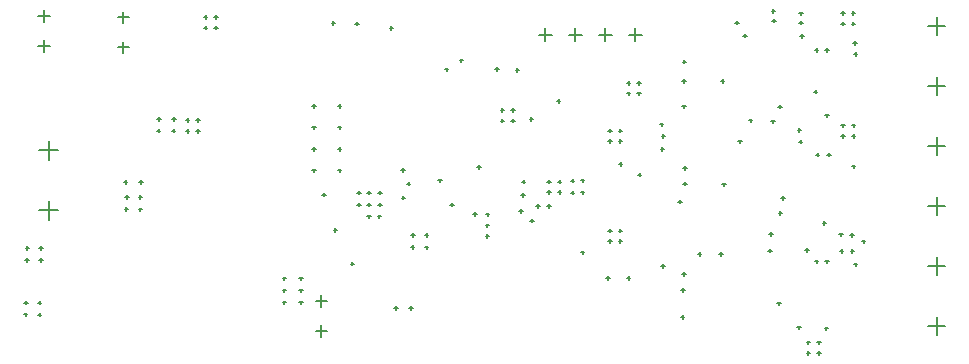
<source format=gbr>
%TF.GenerationSoftware,Altium Limited,Altium Designer,22.5.1 (42)*%
G04 Layer_Color=128*
%FSLAX45Y45*%
%MOMM*%
%TF.SameCoordinates,F63A7803-94E7-494B-9888-F8709FA5C5B4*%
%TF.FilePolarity,Positive*%
%TF.FileFunction,Drillmap*%
%TF.Part,Single*%
G01*
G75*
%TA.AperFunction,NonConductor*%
%ADD50C,0.12700*%
D50*
X5418799Y2779001D02*
X5528802D01*
X5473801Y2724000D02*
Y2834002D01*
X5164799Y2779001D02*
X5274802D01*
X5219801Y2724000D02*
Y2834002D01*
X4910799Y2779001D02*
X5020802D01*
X4965801Y2724000D02*
Y2834002D01*
X4656799Y2779001D02*
X4766802D01*
X4711801Y2724000D02*
Y2834002D01*
X428101Y1293101D02*
X588100D01*
X508101Y1213101D02*
Y1373101D01*
X428101Y1801101D02*
X588100D01*
X508101Y1721101D02*
Y1881101D01*
X2768401Y270201D02*
X2868400D01*
X2818401Y220201D02*
Y320201D01*
X2768401Y524201D02*
X2868400D01*
X2818401Y474201D02*
Y574201D01*
X1092240Y2926400D02*
X1192240D01*
X1142240Y2876400D02*
Y2976400D01*
X1092241Y2672400D02*
X1192240D01*
X1142241Y2622400D02*
Y2722400D01*
X419940Y2938401D02*
X519940D01*
X469940Y2888401D02*
Y2988400D01*
X419941Y2684400D02*
X519941D01*
X469941Y2634400D02*
Y2734400D01*
X7951499Y315201D02*
X8101502D01*
X8026501Y240199D02*
Y390202D01*
X7951499Y823201D02*
X8101502D01*
X8026501Y748200D02*
Y898202D01*
X7951499Y1331201D02*
X8101502D01*
X8026501Y1256200D02*
Y1406202D01*
X7951499Y1839201D02*
X8101502D01*
X8026501Y1764200D02*
Y1914202D01*
X7951499Y2347201D02*
X8101502D01*
X8026501Y2272200D02*
Y2422202D01*
X7951499Y2855201D02*
X8101502D01*
X8026501Y2780200D02*
Y2930202D01*
X6213050Y1511950D02*
X6243050D01*
X6228050Y1496950D02*
Y1526950D01*
X4137700Y1661900D02*
X4167700D01*
X4152700Y1646900D02*
Y1676900D01*
X3906900Y1340800D02*
X3936900D01*
X3921900Y1325800D02*
Y1355800D01*
X3808000Y1547400D02*
X3838000D01*
X3823000Y1532400D02*
Y1562400D01*
X4510700Y1425100D02*
X4540700D01*
X4525700Y1410100D02*
Y1440100D01*
X4494950Y1286550D02*
X4524950D01*
X4509950Y1271550D02*
Y1301550D01*
X4638767Y1329112D02*
X4668767D01*
X4653767Y1314112D02*
Y1344112D01*
X4730700Y1331600D02*
X4760700D01*
X4745700Y1316600D02*
Y1346600D01*
X5694600Y820700D02*
X5724600D01*
X5709600Y805700D02*
Y835700D01*
X6610900Y1093700D02*
X6640900D01*
X6625900Y1078700D02*
Y1108700D01*
X6602100Y952500D02*
X6632100D01*
X6617100Y937500D02*
Y967500D01*
X5838500Y1367600D02*
X5868500D01*
X5853500Y1352600D02*
Y1382600D01*
X6627400Y2045900D02*
X6657400D01*
X6642400Y2030900D02*
Y2060900D01*
X6322800Y2881800D02*
X6352800D01*
X6337800Y2866800D02*
Y2896800D01*
X6387301Y2772501D02*
X6417301D01*
X6402301Y2757501D02*
Y2787501D01*
X6635600Y2900200D02*
X6665600D01*
X6650600Y2885200D02*
Y2915200D01*
X6872100Y2770700D02*
X6902100D01*
X6887100Y2755700D02*
Y2785700D01*
X5689800Y1812200D02*
X5719800D01*
X5704800Y1797200D02*
Y1827200D01*
X6184200Y921700D02*
X6214200D01*
X6199200Y906700D02*
Y936700D01*
X6005300Y923800D02*
X6035300D01*
X6020300Y908800D02*
Y938800D01*
X6913700Y959400D02*
X6943700D01*
X6928700Y944400D02*
Y974400D01*
X7206600Y950500D02*
X7236600D01*
X7221600Y935500D02*
Y965500D01*
X7298700Y946600D02*
X7328700D01*
X7313700Y931600D02*
Y961600D01*
X7393700Y1030600D02*
X7423700D01*
X7408700Y1015600D02*
Y1045600D01*
X7295875Y1084900D02*
X7325875D01*
X7310875Y1069900D02*
Y1099900D01*
X6347801Y1877301D02*
X6377801D01*
X6362801Y1862301D02*
Y1892301D01*
X5698200Y1924200D02*
X5728200D01*
X5713200Y1909200D02*
Y1939200D01*
X3579301Y1083301D02*
X3609301D01*
X3594301Y1068301D02*
Y1098301D01*
X3693601Y1083301D02*
X3723601D01*
X3708601Y1068301D02*
Y1098301D01*
X3693600Y980400D02*
X3723600D01*
X3708600Y965400D02*
Y995400D01*
X3575201Y983101D02*
X3605201D01*
X3590201Y968101D02*
Y998101D01*
X1156101Y1404701D02*
X1186100D01*
X1171101Y1389701D02*
Y1419701D01*
X1270401Y1404701D02*
X1300400D01*
X1285401Y1389701D02*
Y1419701D01*
X1270400Y1301800D02*
X1300400D01*
X1285400Y1286800D02*
Y1316800D01*
X1152000Y1304501D02*
X1182000D01*
X1167000Y1289501D02*
Y1319501D01*
X313101Y974801D02*
X343101D01*
X328101Y959801D02*
Y989801D01*
X427401Y974801D02*
X457401D01*
X442401Y959801D02*
Y989801D01*
X427400Y871900D02*
X457400D01*
X442400Y856900D02*
Y886900D01*
X309001Y874601D02*
X339001D01*
X324001Y859601D02*
Y889601D01*
X298501Y412401D02*
X328500D01*
X313501Y397401D02*
Y427401D01*
X416900Y409700D02*
X446900D01*
X431900Y394700D02*
Y424700D01*
X1428801Y2064801D02*
X1458800D01*
X1443801Y2049801D02*
Y2079801D01*
X1555801Y2064801D02*
X1585800D01*
X1570801Y2049801D02*
Y2079801D01*
X1758975Y2055932D02*
X1788975D01*
X1773975Y2040932D02*
Y2070932D01*
X1670075Y2055932D02*
X1700075D01*
X1685075Y2040932D02*
Y2070932D01*
X1758975Y1967032D02*
X1788975D01*
X1773975Y1952032D02*
Y1982032D01*
X1670075Y1967032D02*
X1700075D01*
X1685075Y1952032D02*
Y1982032D01*
X1910775Y2929932D02*
X1940775D01*
X1925775Y2914932D02*
Y2944932D01*
X1821875Y2929932D02*
X1851875D01*
X1836875Y2914932D02*
Y2944932D01*
X1910775Y2841032D02*
X1940775D01*
X1925775Y2826032D02*
Y2856032D01*
X1821875Y2841032D02*
X1851875D01*
X1836875Y2826032D02*
Y2856032D01*
X7307775Y2962532D02*
X7337775D01*
X7322775Y2947532D02*
Y2977532D01*
X7218875Y2962532D02*
X7248875D01*
X7233875Y2947532D02*
Y2977532D01*
X7307775Y2873632D02*
X7337775D01*
X7322775Y2858632D02*
Y2888632D01*
X7218875Y2873632D02*
X7248875D01*
X7233875Y2858632D02*
Y2888632D01*
X7308475Y2011832D02*
X7338475D01*
X7323475Y1996832D02*
Y2026832D01*
X7219575Y2011832D02*
X7249575D01*
X7234575Y1996832D02*
Y2026832D01*
X7308475Y1922932D02*
X7338475D01*
X7323475Y1907932D02*
Y1937932D01*
X7219575Y1922932D02*
X7249575D01*
X7234575Y1907932D02*
Y1937932D01*
X7204200Y1088700D02*
X7234200D01*
X7219200Y1073700D02*
Y1103700D01*
X7014575Y175832D02*
X7044575D01*
X7029575Y160832D02*
Y190832D01*
X6925675Y175832D02*
X6955675D01*
X6940675Y160832D02*
Y190832D01*
X7014575Y86932D02*
X7044575D01*
X7029575Y71932D02*
Y101932D01*
X6925675Y86932D02*
X6955675D01*
X6940675Y71932D02*
Y101932D01*
X5492375Y2372032D02*
X5522375D01*
X5507375Y2357032D02*
Y2387032D01*
X5403475Y2372032D02*
X5433475D01*
X5418475Y2357032D02*
Y2387032D01*
X5492375Y2283132D02*
X5522375D01*
X5507375Y2268132D02*
Y2298132D01*
X5403475Y2283132D02*
X5433475D01*
X5418475Y2268132D02*
Y2298132D01*
X4819875Y1537232D02*
X4849875D01*
X4834875Y1522232D02*
Y1552232D01*
X4730975Y1537232D02*
X4760975D01*
X4745975Y1522232D02*
Y1552232D01*
X4819875Y1448332D02*
X4849875D01*
X4834875Y1433332D02*
Y1463332D01*
X4730975Y1448332D02*
X4760975D01*
X4745975Y1433332D02*
Y1463332D01*
X4515700Y1535400D02*
X4545700D01*
X4530700Y1520400D02*
Y1550400D01*
X2823400Y1426200D02*
X2853400D01*
X2838400Y1411200D02*
Y1441200D01*
X2921700Y1125000D02*
X2951700D01*
X2936700Y1110000D02*
Y1140000D01*
X3541800Y1519300D02*
X3571800D01*
X3556800Y1504300D02*
Y1534300D01*
X5871100Y2389700D02*
X5901100D01*
X5886100Y2374700D02*
Y2404700D01*
X3065200Y842200D02*
X3095200D01*
X3080200Y827200D02*
Y857200D01*
X4810700Y2219000D02*
X4840700D01*
X4825700Y2204000D02*
Y2234000D01*
X5683700Y2021700D02*
X5713700D01*
X5698700Y2006700D02*
Y2036700D01*
X3862800Y2485600D02*
X3892800D01*
X3877800Y2470600D02*
Y2500600D01*
X3395700Y2837400D02*
X3425700D01*
X3410700Y2822400D02*
Y2852400D01*
X3987400Y2561800D02*
X4017400D01*
X4002400Y2546800D02*
Y2576800D01*
X4461700Y2482000D02*
X4491700D01*
X4476700Y2467000D02*
Y2497000D01*
X4290100Y2491600D02*
X4320100D01*
X4305100Y2476600D02*
Y2506600D01*
X4581600Y2064900D02*
X4611600D01*
X4596600Y2049900D02*
Y2079900D01*
X5336100Y1684600D02*
X5366100D01*
X5351100Y1669600D02*
Y1699600D01*
X3561401Y466601D02*
X3591401D01*
X3576401Y451601D02*
Y481601D01*
X3104701Y2874101D02*
X3134701D01*
X3119701Y2859101D02*
Y2889101D01*
X2904600Y2880901D02*
X2934600D01*
X2919600Y2865901D02*
Y2895901D01*
X3434901Y468001D02*
X3464901D01*
X3449901Y453001D02*
Y483001D01*
X3119299Y1342351D02*
X3149299D01*
X3134299Y1327351D02*
Y1357351D01*
X3119299Y1443001D02*
X3149299D01*
X3134299Y1428001D02*
Y1458001D01*
X3204274Y1241673D02*
X3234274D01*
X3219274Y1226673D02*
Y1256673D01*
X3293173Y1241673D02*
X3323173D01*
X3308173Y1226673D02*
Y1256673D01*
X3207874Y1442973D02*
X3237874D01*
X3222874Y1427973D02*
Y1457973D01*
X3296773Y1442973D02*
X3326773D01*
X3311773Y1427973D02*
Y1457973D01*
X3207873Y1342323D02*
X3237873D01*
X3222873Y1327323D02*
Y1357323D01*
X3296773Y1342323D02*
X3326773D01*
X3311773Y1327323D02*
Y1357323D01*
X4335675Y2053132D02*
X4365675D01*
X4350675Y2038132D02*
Y2068132D01*
X4424575Y2053132D02*
X4454575D01*
X4439575Y2038132D02*
Y2068132D01*
X4335675Y2142032D02*
X4365675D01*
X4350675Y2127032D02*
Y2157032D01*
X4424575Y2142032D02*
X4454575D01*
X4439575Y2127032D02*
Y2157032D01*
X5872901Y754001D02*
X5902901D01*
X5887901Y739001D02*
Y769001D01*
X7309001Y1665101D02*
X7339001D01*
X7324001Y1650101D02*
Y1680101D01*
X6709701Y1395701D02*
X6739701D01*
X6724701Y1380701D02*
Y1410701D01*
X4585679Y1206022D02*
X4615679D01*
X4600679Y1191022D02*
Y1221022D01*
X6849701Y1975401D02*
X6879700D01*
X6864701Y1960401D02*
Y1990401D01*
X5496701Y1595501D02*
X5526701D01*
X5511701Y1580501D02*
Y1610501D01*
X6986801Y2299001D02*
X7016801D01*
X7001801Y2284001D02*
Y2314001D01*
X6863901Y2883001D02*
X6893901D01*
X6878901Y2868001D02*
Y2898001D01*
X6200101Y2389401D02*
X6230101D01*
X6215101Y2374401D02*
Y2404401D01*
X5872524Y2173501D02*
X5902524D01*
X5887524Y2158501D02*
Y2188501D01*
X4208694Y1076967D02*
X4238694D01*
X4223694Y1061967D02*
Y1091967D01*
X4208695Y1165867D02*
X4238695D01*
X4223695Y1150867D02*
Y1180867D01*
X4209501Y1259401D02*
X4239501D01*
X4224501Y1244401D02*
Y1274401D01*
X4103330Y1261411D02*
X4133330D01*
X4118330Y1246411D02*
Y1276411D01*
X5014301Y1445501D02*
X5044301D01*
X5029301Y1430501D02*
Y1460501D01*
X5333574Y1031973D02*
X5363573D01*
X5348574Y1016973D02*
Y1046973D01*
X5244674Y1031973D02*
X5274673D01*
X5259674Y1016973D02*
Y1046973D01*
X5333574Y1120873D02*
X5363573D01*
X5348574Y1105873D02*
Y1135873D01*
X5244674Y1120873D02*
X5274674D01*
X5259674Y1105873D02*
Y1135873D01*
X5244874Y1968273D02*
X5274874D01*
X5259874Y1953273D02*
Y1983273D01*
X5333774Y1968273D02*
X5363774D01*
X5348774Y1953273D02*
Y1983273D01*
X5244874Y1879373D02*
X5274874D01*
X5259874Y1864373D02*
Y1894373D01*
X5333774Y1879373D02*
X5363774D01*
X5348774Y1864373D02*
Y1894373D01*
X6436701Y2055101D02*
X6466701D01*
X6451701Y2040101D02*
Y2070101D01*
X5882001Y1518701D02*
X5912001D01*
X5897001Y1503701D02*
Y1533701D01*
X6859800Y1875200D02*
X6889800D01*
X6874800Y1860200D02*
Y1890200D01*
X7322000Y2711400D02*
X7352000D01*
X7337000Y2696400D02*
Y2726400D01*
X6864700Y2960300D02*
X6894700D01*
X6879700Y2945300D02*
Y2975300D01*
X6628800Y2979800D02*
X6658800D01*
X6643800Y2964800D02*
Y2994800D01*
X5014301Y937501D02*
X5044301D01*
X5029301Y922501D02*
Y952501D01*
X5879701Y1651301D02*
X5909701D01*
X5894701Y1636301D02*
Y1666301D01*
X7325701Y835901D02*
X7355701D01*
X7340701Y820901D02*
Y850901D01*
X6995501Y861301D02*
X7025501D01*
X7010501Y846301D02*
Y876301D01*
X7084401Y861301D02*
X7114401D01*
X7099401Y846301D02*
Y876301D01*
X7004300Y1765200D02*
X7034300D01*
X7019300Y1750200D02*
Y1780200D01*
X7100500Y1765200D02*
X7130500D01*
X7115500Y1750200D02*
Y1780200D01*
X7084401Y2652001D02*
X7114401D01*
X7099401Y2637001D02*
Y2667001D01*
X6995501Y2652001D02*
X7025501D01*
X7010501Y2637001D02*
Y2667001D01*
X2629101Y717901D02*
X2659101D01*
X2644101Y702901D02*
Y732901D01*
X2489401Y717901D02*
X2519401D01*
X2504401Y702901D02*
Y732901D01*
X2489401Y514701D02*
X2519401D01*
X2504401Y499701D02*
Y529701D01*
X2489401Y616301D02*
X2519401D01*
X2504401Y601301D02*
Y631301D01*
X2629101Y514701D02*
X2659101D01*
X2644101Y499701D02*
Y529701D01*
X2629101Y616301D02*
X2659101D01*
X2644101Y601301D02*
Y631301D01*
X5861100Y389001D02*
X5891100D01*
X5876100Y374001D02*
Y404001D01*
X5864700Y620101D02*
X5894700D01*
X5879700Y605101D02*
Y635101D01*
X5875825Y2551401D02*
X5905825D01*
X5890825Y2536401D02*
Y2566401D01*
X416901Y512601D02*
X446901D01*
X431901Y497601D02*
Y527601D01*
X4930700Y1444101D02*
X4960700D01*
X4945700Y1429101D02*
Y1459101D01*
X4930700Y1544600D02*
X4960700D01*
X4945700Y1529600D02*
Y1559600D01*
X2956901Y1813801D02*
X2986901D01*
X2971901Y1798801D02*
Y1828801D01*
X2956901Y1995834D02*
X2986901D01*
X2971901Y1980834D02*
Y2010834D01*
X2956901Y2177867D02*
X2986901D01*
X2971901Y2162867D02*
Y2192867D01*
X2956901Y1631768D02*
X2986901D01*
X2971901Y1616768D02*
Y1646768D01*
X2741001Y1631768D02*
X2771001D01*
X2756001Y1616768D02*
Y1646768D01*
X2741001Y2177867D02*
X2771001D01*
X2756001Y2162867D02*
Y2192867D01*
X2741001Y1995834D02*
X2771001D01*
X2756001Y1980834D02*
Y2010834D01*
X2741001Y1813801D02*
X2771001D01*
X2756001Y1798801D02*
Y1828801D01*
X7062400Y1184400D02*
X7092400D01*
X7077400Y1169400D02*
Y1199400D01*
X6688100Y1272500D02*
X6718100D01*
X6703100Y1257500D02*
Y1287500D01*
X1144900Y1533100D02*
X1174900D01*
X1159900Y1518100D02*
Y1548100D01*
X1277119Y1533100D02*
X1307119D01*
X1292119Y1518100D02*
Y1548100D01*
X1551801Y1968601D02*
X1581800D01*
X1566801Y1953601D02*
Y1983601D01*
X1424801Y1968601D02*
X1454800D01*
X1439801Y1953601D02*
Y1983601D01*
X302601Y512601D02*
X332601D01*
X317601Y497601D02*
Y527601D01*
X7078301Y293401D02*
X7108300D01*
X7093301Y278401D02*
Y308401D01*
X6845000Y301900D02*
X6875000D01*
X6860000Y286900D02*
Y316900D01*
X7081401Y2096801D02*
X7111401D01*
X7096401Y2081801D02*
Y2111801D01*
X6685300Y2171200D02*
X6715300D01*
X6700300Y2156200D02*
Y2186200D01*
X5229600Y722400D02*
X5259600D01*
X5244600Y707400D02*
Y737400D01*
X5403200Y720200D02*
X5433200D01*
X5418200Y705200D02*
Y735200D01*
X3495100Y1634500D02*
X3525100D01*
X3510100Y1619500D02*
Y1649500D01*
X3496600Y1401200D02*
X3526600D01*
X3511600Y1386200D02*
Y1416200D01*
X5014301Y1547101D02*
X5044301D01*
X5029301Y1532101D02*
Y1562101D01*
X7325678Y2617601D02*
X7355677D01*
X7340677Y2602601D02*
Y2632601D01*
X6678001Y505701D02*
X6708001D01*
X6693001Y490701D02*
Y520701D01*
%TF.MD5,e2a34dd9733906c7ea01713bb2529516*%
M02*

</source>
